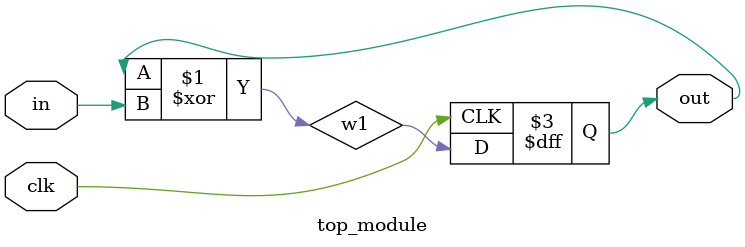
<source format=v>
module top_module (
    input clk,
    input in, 
    output out);
    
    wire w1; 
    
    assign w1 = out ^ in; 
    always @(posedge clk) begin
        out <= w1; 
    end
    

endmodule

</source>
